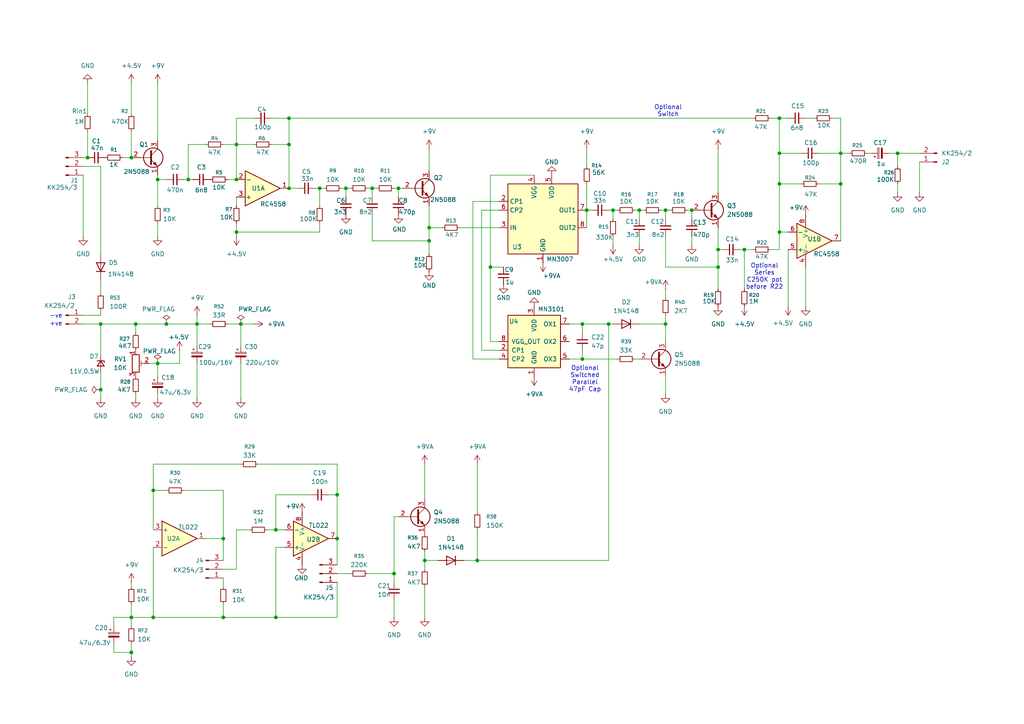
<source format=kicad_sch>
(kicad_sch (version 20250114) (generator "eeschema") (generator_version "9.0")
  (paper "A4")
  (title_block (title "Boss CE-2 Clone with anti-tic mod") (date "2025-09-03") (rev "V1.1") (company "Andrew Martin, 06/2025 - 08/2025") (comment 1 "V1.1 Fixed inputs to U1A and U1B; added Rin; removed LED"))
  (text "+ve" (at 16.256 93.98 0) (effects (font (size 1.27 1.27))))
  (text "Optional\nSeries\nC250K pot\nbefore R22" (at 221.742 80.264 0) (effects (font (size 1.27 1.27))))
  (text "Optional\nSwitched\nParallel\n47pF Cap" (at 169.672 109.982 0) (effects (font (size 1.27 1.27))))
  (text "Optional\nSwitch" (at 193.802 32.258 0) (effects (font (size 1.27 1.27))))
  (text "-ve" (at 16.256 91.694 0) (effects (font (size 1.27 1.27))))
  (junction (at 115.57 54.61))
  (junction (at 168.91 104.14))
  (junction (at 226.06 34.29))
  (junction (at 226.06 53.34))
  (junction (at 80.01 153.67))
  (junction (at 45.72 52.07))
  (junction (at 29.21 93.98))
  (junction (at 200.66 60.96))
  (junction (at 80.01 179.07))
  (junction (at 124.46 66.04))
  (junction (at 97.79 156.21))
  (junction (at 83.82 41.91))
  (junction (at 83.82 34.29))
  (junction (at 107.95 54.61))
  (junction (at 226.06 67.31))
  (junction (at 138.43 162.56))
  (junction (at 38.1 45.72))
  (junction (at 124.46 69.85))
  (junction (at 69.85 93.98))
  (junction (at 38.1 189.23))
  (junction (at 142.24 77.47))
  (junction (at 57.15 93.98))
  (junction (at 68.58 41.91))
  (junction (at 185.42 60.96))
  (junction (at 25.4 45.72))
  (junction (at 123.19 162.56))
  (junction (at 68.58 52.07))
  (junction (at 54.61 52.07))
  (junction (at 226.06 44.45))
  (junction (at 64.77 156.21))
  (junction (at 64.77 179.07))
  (junction (at 44.45 142.24))
  (junction (at 48.26 93.98))
  (junction (at 193.04 60.96))
  (junction (at 45.72 105.41))
  (junction (at 243.84 53.34))
  (junction (at 176.53 93.98))
  (junction (at 38.1 179.07))
  (junction (at 168.91 93.98))
  (junction (at 83.82 54.61))
  (junction (at 215.9 72.39))
  (junction (at 92.71 54.61))
  (junction (at 208.28 77.47))
  (junction (at 68.58 67.31))
  (junction (at 97.79 143.51))
  (junction (at 243.84 44.45))
  (junction (at 100.33 54.61))
  (junction (at 39.37 93.98))
  (junction (at 193.04 93.98))
  (junction (at 260.35 44.45))
  (junction (at 208.28 72.39))
  (junction (at 44.45 179.07))
  (junction (at 29.21 113.03))
  (junction (at 170.18 60.96))
  (junction (at 177.8 60.96))
  (junction (at 114.3 166.37))
  (wire (pts (xy 138.43 162.56) (xy 138.43 153.67)))
  (wire (pts (xy 107.95 69.85) (xy 124.46 69.85)))
  (wire (pts (xy 176.53 93.98) (xy 176.53 162.56)))
  (wire (pts (xy 243.84 34.29) (xy 243.84 44.45)))
  (wire (pts (xy 68.58 41.91) (xy 73.66 41.91)))
  (wire (pts (xy 144.78 58.42) (xy 137.16 58.42)))
  (wire (pts (xy 185.42 93.98) (xy 193.04 93.98)))
  (wire (pts (xy 123.19 162.56) (xy 127 162.56)))
  (wire (pts (xy 233.68 34.29) (xy 236.22 34.29)))
  (wire (pts (xy 45.72 59.69) (xy 45.72 52.07)))
  (wire (pts (xy 199.39 60.96) (xy 200.66 60.96)))
  (wire (pts (xy 64.77 167.64) (xy 64.77 170.18)))
  (wire (pts (xy 144.78 60.96) (xy 139.7 60.96)))
  (wire (pts (xy 44.45 158.75) (xy 44.45 179.07)))
  (wire (pts (xy 38.1 189.23) (xy 38.1 186.69)))
  (wire (pts (xy 114.3 149.86) (xy 114.3 166.37)))
  (wire (pts (xy 24.13 45.72) (xy 25.4 45.72)))
  (wire (pts (xy 107.95 54.61) (xy 109.22 54.61)))
  (wire (pts (xy 55.88 52.07) (xy 54.61 52.07)))
  (wire (pts (xy 29.21 102.87) (xy 29.21 93.98)))
  (wire (pts (xy 257.81 44.45) (xy 260.35 44.45)))
  (wire (pts (xy 83.82 34.29) (xy 83.82 41.91)))
  (wire (pts (xy 208.28 66.04) (xy 208.28 72.39)))
  (wire (pts (xy 185.42 104.14) (xy 184.15 104.14)))
  (wire (pts (xy 137.16 58.42) (xy 137.16 104.14)))
  (wire (pts (xy 64.77 165.1) (xy 68.58 165.1)))
  (wire (pts (xy 93.98 54.61) (xy 92.71 54.61)))
  (wire (pts (xy 115.57 57.15) (xy 115.57 54.61)))
  (wire (pts (xy 57.15 93.98) (xy 60.96 93.98)))
  (wire (pts (xy 252.73 44.45) (xy 251.46 44.45)))
  (wire (pts (xy 45.72 109.22) (xy 45.72 105.41)))
  (wire (pts (xy 243.84 44.45) (xy 246.38 44.45)))
  (wire (pts (xy 29.21 115.57) (xy 29.21 113.03)))
  (wire (pts (xy 68.58 153.67) (xy 72.39 153.67)))
  (wire (pts (xy 138.43 134.62) (xy 138.43 148.59)))
  (wire (pts (xy 69.85 93.98) (xy 73.66 93.98)))
  (wire (pts (xy 124.46 66.04) (xy 124.46 69.85)))
  (wire (pts (xy 226.06 44.45) (xy 232.41 44.45)))
  (wire (pts (xy 123.19 170.18) (xy 123.19 179.07)))
  (wire (pts (xy 134.62 162.56) (xy 138.43 162.56)))
  (wire (pts (xy 214.63 72.39) (xy 215.9 72.39)))
  (wire (pts (xy 200.66 71.12) (xy 200.66 68.58)))
  (wire (pts (xy 185.42 68.58) (xy 185.42 71.12)))
  (wire (pts (xy 29.21 113.03) (xy 29.21 107.95)))
  (wire (pts (xy 45.72 52.07) (xy 45.72 50.8)))
  (wire (pts (xy 193.04 93.98) (xy 193.04 99.06)))
  (wire (pts (xy 54.61 41.91) (xy 59.69 41.91)))
  (wire (pts (xy 92.71 54.61) (xy 91.44 54.61)))
  (wire (pts (xy 168.91 101.6) (xy 168.91 104.14)))
  (wire (pts (xy 38.1 175.26) (xy 38.1 179.07)))
  (wire (pts (xy 57.15 115.57) (xy 57.15 105.41)))
  (wire (pts (xy 33.02 189.23) (xy 38.1 189.23)))
  (wire (pts (xy 114.3 149.86) (xy 115.57 149.86)))
  (wire (pts (xy 106.68 166.37) (xy 114.3 166.37)))
  (wire (pts (xy 54.61 52.07) (xy 54.61 41.91)))
  (wire (pts (xy 38.1 190.5) (xy 38.1 189.23)))
  (wire (pts (xy 133.35 66.04) (xy 144.78 66.04)))
  (wire (pts (xy 44.45 142.24) (xy 48.26 142.24)))
  (wire (pts (xy 45.72 64.77) (xy 45.72 68.58)))
  (wire (pts (xy 241.3 34.29) (xy 243.84 34.29)))
  (wire (pts (xy 193.04 83.82) (xy 193.04 86.36)))
  (wire (pts (xy 114.3 166.37) (xy 114.3 168.91)))
  (wire (pts (xy 52.07 105.41) (xy 52.07 101.6)))
  (wire (pts (xy 142.24 77.47) (xy 146.05 77.47)))
  (wire (pts (xy 64.77 41.91) (xy 68.58 41.91)))
  (wire (pts (xy 83.82 34.29) (xy 218.44 34.29)))
  (wire (pts (xy 39.37 93.98) (xy 48.26 93.98)))
  (wire (pts (xy 168.91 93.98) (xy 176.53 93.98)))
  (wire (pts (xy 223.52 34.29) (xy 226.06 34.29)))
  (wire (pts (xy 97.79 168.91) (xy 97.79 179.07)))
  (wire (pts (xy 48.26 93.98) (xy 57.15 93.98)))
  (wire (pts (xy 38.1 179.07) (xy 44.45 179.07)))
  (wire (pts (xy 193.04 91.44) (xy 193.04 93.98)))
  (wire (pts (xy 80.01 153.67) (xy 82.55 153.67)))
  (wire (pts (xy 193.04 60.96) (xy 193.04 63.5)))
  (wire (pts (xy 68.58 165.1) (xy 68.58 153.67)))
  (wire (pts (xy 107.95 62.23) (xy 107.95 69.85)))
  (wire (pts (xy 237.49 53.34) (xy 243.84 53.34)))
  (wire (pts (xy 223.52 72.39) (xy 226.06 72.39)))
  (wire (pts (xy 124.46 49.53) (xy 124.46 43.18)))
  (wire (pts (xy 68.58 41.91) (xy 68.58 34.29)))
  (wire (pts (xy 44.45 179.07) (xy 64.77 179.07)))
  (wire (pts (xy 215.9 72.39) (xy 215.9 83.82)))
  (wire (pts (xy 45.72 115.57) (xy 45.72 114.3)))
  (wire (pts (xy 83.82 54.61) (xy 83.82 41.91)))
  (wire (pts (xy 170.18 60.96) (xy 171.45 60.96)))
  (wire (pts (xy 68.58 41.91) (xy 68.58 52.07)))
  (wire (pts (xy 97.79 134.62) (xy 97.79 143.51)))
  (wire (pts (xy 193.04 114.3) (xy 193.04 109.22)))
  (wire (pts (xy 24.13 91.44) (xy 29.21 91.44)))
  (wire (pts (xy 25.4 24.13) (xy 25.4 33.02)))
  (wire (pts (xy 64.77 179.07) (xy 80.01 179.07)))
  (wire (pts (xy 176.53 60.96) (xy 177.8 60.96)))
  (wire (pts (xy 142.24 99.06) (xy 144.78 99.06)))
  (wire (pts (xy 208.28 77.47) (xy 208.28 83.82)))
  (wire (pts (xy 66.04 52.07) (xy 68.58 52.07)))
  (wire (pts (xy 193.04 60.96) (xy 194.31 60.96)))
  (wire (pts (xy 68.58 34.29) (xy 73.66 34.29)))
  (wire (pts (xy 107.95 54.61) (xy 107.95 57.15)))
  (wire (pts (xy 137.16 104.14) (xy 144.78 104.14)))
  (wire (pts (xy 44.45 153.67) (xy 44.45 142.24)))
  (wire (pts (xy 193.04 68.58) (xy 193.04 77.47)))
  (wire (pts (xy 33.02 179.07) (xy 38.1 179.07)))
  (wire (pts (xy 186.69 60.96) (xy 185.42 60.96)))
  (wire (pts (xy 38.1 24.13) (xy 38.1 33.02)))
  (wire (pts (xy 29.21 91.44) (xy 29.21 90.17)))
  (wire (pts (xy 24.13 93.98) (xy 29.21 93.98)))
  (wire (pts (xy 95.25 143.51) (xy 97.79 143.51)))
  (wire (pts (xy 38.1 179.07) (xy 38.1 181.61)))
  (wire (pts (xy 124.46 73.66) (xy 124.46 69.85)))
  (wire (pts (xy 24.13 50.8) (xy 24.13 68.58)))
  (wire (pts (xy 35.56 45.72) (xy 38.1 45.72)))
  (wire (pts (xy 168.91 104.14) (xy 165.1 104.14)))
  (wire (pts (xy 29.21 48.26) (xy 29.21 73.66)))
  (wire (pts (xy 168.91 96.52) (xy 168.91 93.98)))
  (wire (pts (xy 226.06 34.29) (xy 226.06 44.45)))
  (wire (pts (xy 170.18 60.96) (xy 170.18 66.04)))
  (wire (pts (xy 74.93 134.62) (xy 97.79 134.62)))
  (wire (pts (xy 43.18 105.41) (xy 45.72 105.41)))
  (wire (pts (xy 39.37 115.57) (xy 39.37 114.3)))
  (wire (pts (xy 97.79 143.51) (xy 97.79 156.21)))
  (wire (pts (xy 57.15 100.33) (xy 57.15 93.98)))
  (wire (pts (xy 39.37 93.98) (xy 29.21 93.98)))
  (wire (pts (xy 142.24 77.47) (xy 142.24 99.06)))
  (wire (pts (xy 168.91 104.14) (xy 179.07 104.14)))
  (wire (pts (xy 24.13 48.26) (xy 29.21 48.26)))
  (wire (pts (xy 208.28 72.39) (xy 208.28 77.47)))
  (wire (pts (xy 100.33 57.15) (xy 100.33 54.61)))
  (wire (pts (xy 38.1 170.18) (xy 38.1 168.91)))
  (wire (pts (xy 78.74 34.29) (xy 83.82 34.29)))
  (wire (pts (xy 97.79 156.21) (xy 97.79 163.83)))
  (wire (pts (xy 92.71 64.77) (xy 92.71 67.31)))
  (wire (pts (xy 92.71 54.61) (xy 92.71 59.69)))
  (wire (pts (xy 83.82 41.91) (xy 78.74 41.91)))
  (wire (pts (xy 80.01 158.75) (xy 80.01 179.07)))
  (wire (pts (xy 123.19 134.62) (xy 123.19 144.78)))
  (wire (pts (xy 86.36 54.61) (xy 83.82 54.61)))
  (wire (pts (xy 237.49 44.45) (xy 243.84 44.45)))
  (wire (pts (xy 266.7 46.99) (xy 266.7 55.88)))
  (wire (pts (xy 228.6 72.39) (xy 228.6 88.9)))
  (wire (pts (xy 243.84 53.34) (xy 243.84 69.85)))
  (wire (pts (xy 177.8 63.5) (xy 177.8 60.96)))
  (wire (pts (xy 57.15 91.44) (xy 57.15 93.98)))
  (wire (pts (xy 59.69 156.21) (xy 64.77 156.21)))
  (wire (pts (xy 33.02 181.61) (xy 33.02 179.07)))
  (wire (pts (xy 243.84 44.45) (xy 243.84 53.34)))
  (wire (pts (xy 39.37 96.52) (xy 39.37 93.98)))
  (wire (pts (xy 215.9 72.39) (xy 218.44 72.39)))
  (wire (pts (xy 177.8 93.98) (xy 176.53 93.98)))
  (wire (pts (xy 260.35 44.45) (xy 260.35 48.26)))
  (wire (pts (xy 114.3 54.61) (xy 115.57 54.61)))
  (wire (pts (xy 107.95 54.61) (xy 106.68 54.61)))
  (wire (pts (xy 260.35 55.88) (xy 260.35 53.34)))
  (wire (pts (xy 226.06 67.31) (xy 226.06 72.39)))
  (wire (pts (xy 69.85 93.98) (xy 69.85 100.33)))
  (wire (pts (xy 80.01 158.75) (xy 82.55 158.75)))
  (wire (pts (xy 185.42 60.96) (xy 184.15 60.96)))
  (wire (pts (xy 80.01 143.51) (xy 80.01 153.67)))
  (wire (pts (xy 69.85 115.57) (xy 69.85 105.41)))
  (wire (pts (xy 45.72 105.41) (xy 52.07 105.41)))
  (wire (pts (xy 68.58 67.31) (xy 68.58 68.58)))
  (wire (pts (xy 77.47 153.67) (xy 80.01 153.67)))
  (wire (pts (xy 53.34 142.24) (xy 64.77 142.24)))
  (wire (pts (xy 123.19 162.56) (xy 123.19 165.1)))
  (wire (pts (xy 200.66 63.5) (xy 200.66 60.96)))
  (wire (pts (xy 170.18 53.34) (xy 170.18 60.96)))
  (wire (pts (xy 99.06 54.61) (xy 100.33 54.61)))
  (wire (pts (xy 44.45 134.62) (xy 69.85 134.62)))
  (wire (pts (xy 114.3 179.07) (xy 114.3 173.99)))
  (wire (pts (xy 53.34 52.07) (xy 54.61 52.07)))
  (wire (pts (xy 226.06 67.31) (xy 228.6 67.31)))
  (wire (pts (xy 165.1 93.98) (xy 168.91 93.98)))
  (wire (pts (xy 80.01 179.07) (xy 97.79 179.07)))
  (wire (pts (xy 208.28 43.18) (xy 208.28 55.88)))
  (wire (pts (xy 115.57 54.61) (xy 116.84 54.61)))
  (wire (pts (xy 45.72 24.13) (xy 45.72 40.64)))
  (wire (pts (xy 97.79 166.37) (xy 101.6 166.37)))
  (wire (pts (xy 38.1 45.72) (xy 38.1 38.1)))
  (wire (pts (xy 90.17 143.51) (xy 80.01 143.51)))
  (wire (pts (xy 44.45 142.24) (xy 44.45 134.62)))
  (wire (pts (xy 226.06 53.34) (xy 226.06 67.31)))
  (wire (pts (xy 101.6 54.61) (xy 100.33 54.61)))
  (wire (pts (xy 233.68 88.9) (xy 233.68 77.47)))
  (wire (pts (xy 29.21 81.28) (xy 29.21 85.09)))
  (wire (pts (xy 139.7 60.96) (xy 139.7 101.6)))
  (wire (pts (xy 64.77 175.26) (xy 64.77 179.07)))
  (wire (pts (xy 45.72 52.07) (xy 48.26 52.07)))
  (wire (pts (xy 176.53 162.56) (xy 138.43 162.56)))
  (wire (pts (xy 154.94 50.8) (xy 142.24 50.8)))
  (wire (pts (xy 191.77 60.96) (xy 193.04 60.96)))
  (wire (pts (xy 179.07 60.96) (xy 177.8 60.96)))
  (wire (pts (xy 128.27 66.04) (xy 124.46 66.04)))
  (wire (pts (xy 209.55 72.39) (xy 208.28 72.39)))
  (wire (pts (xy 25.4 38.1) (xy 25.4 45.72)))
  (wire (pts (xy 68.58 64.77) (xy 68.58 67.31)))
  (wire (pts (xy 142.24 50.8) (xy 142.24 77.47)))
  (wire (pts (xy 33.02 186.69) (xy 33.02 189.23)))
  (wire (pts (xy 92.71 67.31) (xy 68.58 67.31)))
  (wire (pts (xy 226.06 53.34) (xy 232.41 53.34)))
  (wire (pts (xy 64.77 142.24) (xy 64.77 156.21)))
  (wire (pts (xy 64.77 156.21) (xy 64.77 162.56)))
  (wire (pts (xy 226.06 44.45) (xy 226.06 53.34)))
  (wire (pts (xy 177.8 68.58) (xy 177.8 71.12)))
  (wire (pts (xy 124.46 59.69) (xy 124.46 66.04)))
  (wire (pts (xy 185.42 63.5) (xy 185.42 60.96)))
  (wire (pts (xy 260.35 44.45) (xy 266.7 44.45)))
  (wire (pts (xy 123.19 160.02) (xy 123.19 162.56)))
  (wire (pts (xy 66.04 93.98) (xy 69.85 93.98)))
  (wire (pts (xy 139.7 101.6) (xy 144.78 101.6)))
  (wire (pts (xy 68.58 59.69) (xy 68.58 57.15)))
  (wire (pts (xy 170.18 43.18) (xy 170.18 48.26)))
  (wire (pts (xy 226.06 34.29) (xy 228.6 34.29)))
  (wire (pts (xy 193.04 77.47) (xy 208.28 77.47)))
  (symbol (lib_id "Device:C_Small") (at 234.95 44.45 90) (unit 1)
    (property "Reference" "C16" (at 235.204 41.402 90))
    (property "Value" "100p" (at 235.204 47.244 90))
    (property "Footprint" "Capacitor_THT:C_Disc_D4.3mm_W1.9mm_P5.00mm" (effects (hide yes)))
    (property "Description" "Unpolarized capacitor, small symbol" (effects (hide yes)))
  )
  (symbol (lib_id "Timer:MN3101") (at 154.94 99.06 0) (mirror y) (unit 1)
    (property "Reference" "U4" (at 150.368 93.218 0) (effects (justify left)))
    (property "Value" "MN3101" (at 163.83 89.662 0) (effects (justify left)))
    (property "Footprint" "Package_DIP:DIP-8_W7.62mm" (effects (hide yes)))
    (property "Datasheet" "http://www.experimentalistsanonymous.com/diy/Datasheets/MN3101.pdf" (effects (hide yes)))
    (property "Description" "Clock Generator Driver/Driver for MN3000 Series BBD (bucket brigade device), -8V to -16V, DIP-8" (effects (hide yes)))
  )
  (symbol (lib_id "power:+4V") (at 228.6 88.9 180) (unit 1)
    (property "Reference" "#PWR022" (effects (hide yes)))
    (property "Value" "+4.5V" (at 227.076 93.726 0))
    (property "Description" "Power symbol creates a global label with name \"+4V\"" (effects (hide yes)))
  )
  (symbol (lib_id "Connector:Conn_01x02_Pin") (at 19.05 91.44 0) (unit 1)
    (property "Reference" "J3" (at 20.828 86.106 0))
    (property "Value" "KK254/2" (at 17.272 88.646 0))
    (property "Footprint" "Connector_Molex:Molex_KK-254_AE-6410-02A_1x02_P2.54mm_Vertical" (effects (hide yes)))
    (property "Description" "Generic connector, single row, 01x02, script generated" (effects (hide yes)))
  )
  (symbol (lib_id "power:+4V") (at 38.1 24.13 0) (unit 1)
    (property "Reference" "#PWR01" (effects (hide yes)))
    (property "Value" "+4.5V" (at 38.1 19.05 0))
    (property "Description" "Power symbol creates a global label with name \"+4V\"" (effects (hide yes)))
  )
  (symbol (lib_id "power:GND") (at 114.3 179.07 0) (unit 1)
    (property "Reference" "#PWR033" (effects (hide yes)))
    (property "Value" "GND" (at 114.3 184.15 0))
    (property "Description" "Power symbol creates a global label with name \"GND\" , ground" (effects (hide yes)))
  )
  (symbol (lib_id "power:+9V") (at 87.63 148.59 0) (unit 1)
    (property "Reference" "#PWR042" (effects (hide yes)))
    (property "Value" "+9V" (at 84.836 146.812 0))
    (property "Description" "Power symbol creates a global label with name \"+9V\"" (effects (hide yes)))
  )
  (symbol (lib_id "Device:R_Small") (at 104.14 166.37 90) (unit 1)
    (property "Reference" "R35" (at 104.14 161.29 90) (effects (font (size 1.016 1.016))))
    (property "Value" "220K" (at 104.14 163.83 90))
    (property "Footprint" "Resistor_THT:R_Axial_DIN0207_L6.3mm_D2.5mm_P10.16mm_Horizontal" (effects (hide yes)))
    (property "Description" "Resistor, small symbol" (effects (hide yes)))
  )
  (symbol (lib_id "Device:R_Small") (at 189.23 60.96 90) (unit 1)
    (property "Reference" "R17" (at 189.23 56.388 90) (effects (font (size 1.016 1.016))))
    (property "Value" "10K" (at 189.23 58.42 90))
    (property "Footprint" "Resistor_THT:R_Axial_DIN0207_L6.3mm_D2.5mm_P10.16mm_Horizontal" (effects (hide yes)))
    (property "Description" "Resistor, small symbol" (effects (hide yes)))
  )
  (symbol (lib_id "Device:R_Small") (at 220.98 72.39 90) (unit 1)
    (property "Reference" "R22" (at 220.98 70.358 90) (effects (font (size 1.016 1.016))))
    (property "Value" "47K" (at 220.98 74.422 90))
    (property "Footprint" "Resistor_THT:R_Axial_DIN0207_L6.3mm_D2.5mm_P10.16mm_Horizontal" (effects (hide yes)))
    (property "Description" "Resistor, small symbol" (effects (hide yes)))
  )
  (symbol (lib_id "Diode:1N4148") (at 181.61 93.98 180) (unit 1)
    (property "Reference" "D2" (at 181.61 87.63 0))
    (property "Value" "1N4148" (at 181.61 90.17 0))
    (property "Footprint" "Diode_THT:D_DO-35_SOD27_P7.62mm_Horizontal" (effects (hide yes)))
    (property "Datasheet" "https://assets.nexperia.com/documents/data-sheet/1N4148_1N4448.pdf" (effects (hide yes)))
    (property "Description" "100V 0.15A standard switching diode, DO-35" (effects (hide yes)))
    (property "Sim.Device" "D" (effects (hide yes)))
    (property "Sim.Pins" "1=K 2=A" (effects (hide yes)))
  )
  (symbol (lib_id "power:+9VA") (at 73.66 93.98 270) (unit 1)
    (property "Reference" "#PWR032" (effects (hide yes)))
    (property "Value" "+9VA" (at 77.47 93.9799 90) (effects (justify left)))
    (property "Description" "Power symbol creates a global label with name \"+9VA\"" (effects (hide yes)))
  )
  (symbol (lib_id "Device:R_Small") (at 208.28 86.36 0) (unit 1)
    (property "Reference" "R19" (at 203.962 85.598 0) (effects (font (size 1.016 1.016)) (justify left)))
    (property "Value" "10K" (at 203.708 87.376 0) (effects (justify left)))
    (property "Footprint" "Resistor_THT:R_Axial_DIN0207_L6.3mm_D2.5mm_P10.16mm_Horizontal" (effects (hide yes)))
    (property "Description" "Resistor, small symbol" (effects (hide yes)))
  )
  (symbol (lib_id "power:GND") (at 29.21 115.57 0) (unit 1)
    (property "Reference" "#PWR028" (effects (hide yes)))
    (property "Value" "GND" (at 29.21 120.65 0))
    (property "Description" "Power symbol creates a global label with name \"GND\" , ground" (effects (hide yes)))
  )
  (symbol (lib_id "Device:C_Small") (at 173.99 60.96 270) (unit 1)
    (property "Reference" "C10" (at 173.99 56.134 90))
    (property "Value" "33n" (at 173.99 58.166 90))
    (property "Footprint" "Capacitor_THT:C_Rect_L7.0mm_W2.5mm_P5.00mm" (effects (hide yes)))
    (property "Description" "Unpolarized capacitor, small symbol" (effects (hide yes)))
  )
  (symbol (lib_id "Device:R_Small") (at 38.1 184.15 0) (unit 1)
    (property "Reference" "RF2" (at 39.878 182.88 0) (effects (font (size 1.016 1.016)) (justify left)))
    (property "Value" "10K" (at 39.878 185.42 0) (effects (justify left)))
    (property "Footprint" "Resistor_THT:R_Axial_DIN0207_L6.3mm_D2.5mm_P10.16mm_Horizontal" (effects (hide yes)))
    (property "Description" "Resistor, small symbol" (effects (hide yes)))
  )
  (symbol (lib_id "Device:C_Small") (at 231.14 34.29 90) (unit 1)
    (property "Reference" "C15" (at 231.394 30.734 90))
    (property "Value" "6n8" (at 231.14 37.084 90))
    (property "Footprint" "Capacitor_THT:C_Rect_L7.0mm_W2.5mm_P5.00mm" (effects (hide yes)))
    (property "Description" "Unpolarized capacitor, small symbol" (effects (hide yes)))
  )
  (symbol (lib_id "Device:R_Small") (at 92.71 62.23 0) (unit 1)
    (property "Reference" "R8" (at 89.408 61.722 0) (effects (font (size 1.016 1.016)) (justify left)))
    (property "Value" "100K" (at 86.868 63.5 0) (effects (justify left)))
    (property "Footprint" "Resistor_THT:R_Axial_DIN0207_L6.3mm_D2.5mm_P10.16mm_Horizontal" (effects (hide yes)))
    (property "Description" "Resistor, small symbol" (effects (hide yes)))
  )
  (symbol (lib_id "ACRM:TL022") (at 90.17 156.21 0) (unit 3)
    (property "Reference" "U2" (effects (hide yes)))
    (property "Value" "TL022" (effects (hide yes)))
    (property "Footprint" "Package_DIP:DIP-8_W7.62mm" (effects (hide yes)))
    (property "Datasheet" "http://www.ti.com/lit/ds/symlink/tl061.pdf" (effects (hide yes)))
    (property "Description" "Dual Low-Power JFET-Input Operational Amplifiers, DIP-8/SOIC-8/SSOP-8" (effects (hide yes)))
  )
  (symbol (lib_id "Device:C_Small") (at 200.66 66.04 0) (unit 1)
    (property "Reference" "C13" (at 200.914 64.516 0) (effects (justify left)))
    (property "Value" "470p" (at 200.914 68.072 0) (effects (justify left)))
    (property "Footprint" "Capacitor_THT:C_Disc_D4.3mm_W1.9mm_P5.00mm" (effects (hide yes)))
    (property "Description" "Unpolarized capacitor, small symbol" (effects (hide yes)))
  )
  (symbol (lib_id "Device:R_Small") (at 38.1 172.72 0) (unit 1)
    (property "Reference" "RF1" (at 39.624 171.45 0) (effects (font (size 1.016 1.016)) (justify left)))
    (property "Value" "10K" (at 39.624 173.736 0) (effects (justify left)))
    (property "Footprint" "Resistor_THT:R_Axial_DIN0207_L6.3mm_D2.5mm_P10.16mm_Horizontal" (effects (hide yes)))
    (property "Description" "Resistor, small symbol" (effects (hide yes)))
  )
  (symbol (lib_id "power:+4V") (at 177.8 71.12 180) (unit 1)
    (property "Reference" "#PWR016" (effects (hide yes)))
    (property "Value" "+4.5V" (at 177.8 75.184 0))
    (property "Description" "Power symbol creates a global label with name \"+4V\"" (effects (hide yes)))
  )
  (symbol (lib_id "Device:R_Small") (at 72.39 134.62 90) (unit 1)
    (property "Reference" "R29" (at 72.39 129.54 90) (effects (font (size 1.016 1.016))))
    (property "Value" "33K" (at 72.39 132.08 90))
    (property "Footprint" "Resistor_THT:R_Axial_DIN0207_L6.3mm_D2.5mm_P10.16mm_Horizontal" (effects (hide yes)))
    (property "Description" "Resistor, small symbol" (effects (hide yes)))
  )
  (symbol (lib_id "ACRM:2N5088") (at 121.92 54.61 0) (unit 1)
    (property "Reference" "Q2" (at 125.73 51.562 0) (effects (justify left)))
    (property "Value" "2N5088" (at 124.714 57.912 0) (effects (justify left)))
    (property "Footprint" "Package_TO_SOT_THT:TO-92L_HandSolder" (effects (hide yes)))
    (property "Datasheet" "https://media.digikey.com/pdf/Data%20Sheets/Toshiba%20PDFs/2SC1815.pdf" (effects (hide yes)))
    (property "Description" "0.15A Ic, 50V Vce, Low Noise Audio NPN Transistor, TO-92" (effects (hide yes)))
  )
  (symbol (lib_id "Device:R_Small") (at 124.46 76.2 180) (unit 1)
    (property "Reference" "R12" (at 120.142 75.184 0) (effects (font (size 1.016 1.016)) (justify right)))
    (property "Value" "10K" (at 119.888 76.962 0) (effects (justify right)))
    (property "Footprint" "Resistor_THT:R_Axial_DIN0207_L6.3mm_D2.5mm_P2.54mm_Vertical" (effects (hide yes)))
  )
  (symbol (lib_id "Amplifier_Operational:RC4558") (at 236.22 69.85 0) (unit 3)
    (property "Reference" "U1" (effects (hide yes)))
    (property "Value" "RC4558" (effects (hide yes)))
    (property "Footprint" "Package_DIP:DIP-8_W7.62mm" (effects (hide yes)))
    (property "Datasheet" "http://www.ti.com/lit/ds/symlink/rc4558.pdf" (effects (hide yes)))
    (property "Description" "Dual General Purpose, Operational Amplifier, DIP-8/SOIC-8/SSOP-8" (effects (hide yes)))
  )
  (symbol (lib_id "Device:R_Small") (at 234.95 53.34 90) (unit 1)
    (property "Reference" "R24" (at 234.95 51.562 90) (effects (font (size 1.016 1.016))))
    (property "Value" "47K" (at 235.204 56.388 90))
    (property "Footprint" "Resistor_THT:R_Axial_DIN0207_L6.3mm_D2.5mm_P10.16mm_Horizontal" (effects (hide yes)))
    (property "Description" "Resistor, small symbol" (effects (hide yes)))
  )
  (symbol (lib_id "power:GND") (at 233.68 88.9 0) (unit 1)
    (property "Reference" "#PWR044" (effects (hide yes)))
    (property "Value" "GND" (at 233.68 93.98 0))
    (property "Description" "Power symbol creates a global label with name \"GND\" , ground" (effects (hide yes)))
  )
  (symbol (lib_id "Connector:Conn_01x02_Pin") (at 271.78 46.99 180) (unit 1)
    (property "Reference" "J2" (at 273.05 46.9901 0) (effects (justify right)))
    (property "Value" "KK254/2" (at 273.05 44.4501 0) (effects (justify right)))
    (property "Footprint" "Connector_Molex:Molex_KK-254_AE-6410-02A_1x02_P2.54mm_Vertical" (effects (hide yes)))
    (property "Description" "Generic connector, single row, 01x02, script generated" (effects (hide yes)))
  )
  (symbol (lib_id "Device:R_Small") (at 193.04 88.9 0) (unit 1)
    (property "Reference" "R40" (at 195.58 87.6299 0) (effects (font (size 1.016 1.016)) (justify left)))
    (property "Value" "2K7" (at 195.58 90.1699 0) (effects (justify left)))
    (property "Footprint" "Resistor_THT:R_Axial_DIN0207_L6.3mm_D2.5mm_P10.16mm_Horizontal" (effects (hide yes)))
    (property "Description" "Resistor, small symbol" (effects (hide yes)))
  )
  (symbol (lib_id "power:GND") (at 123.19 179.07 0) (unit 1)
    (property "Reference" "#PWR035" (effects (hide yes)))
    (property "Value" "GND" (at 123.19 184.15 0))
    (property "Description" "Power symbol creates a global label with name \"GND\" , ground" (effects (hide yes)))
  )
  (symbol (lib_id "Device:C_Polarized_Small") (at 255.27 44.45 90) (unit 1)
    (property "Reference" "C17" (at 255.27 41.402 90))
    (property "Value" "1u" (at 255.524 47.498 90))
    (property "Footprint" "Capacitor_THT:C_Rect_L7.0mm_W2.5mm_P5.00mm" (effects (hide yes)))
    (property "Description" "Polarized capacitor, small symbol" (effects (hide yes)))
  )
  (symbol (lib_id "Device:R_Small") (at 29.21 87.63 0) (unit 1)
    (property "Reference" "R53" (at 31.75 86.3599 0) (effects (font (size 1.016 1.016)) (justify left)))
    (property "Value" "100R" (at 31.75 88.8999 0) (effects (justify left)))
    (property "Footprint" "Resistor_THT:R_Axial_DIN0207_L6.3mm_D2.5mm_P10.16mm_Horizontal" (effects (hide yes)))
    (property "Description" "Resistor, small symbol" (effects (hide yes)))
  )
  (symbol (lib_id "ACRM:2N5088") (at 190.5 104.14 0) (unit 1)
    (property "Reference" "Q5" (at 195.58 102.8699 0) (effects (justify left)))
    (property "Value" "2N5088" (at 195.58 105.4099 0) (effects (justify left)))
    (property "Footprint" "Package_TO_SOT_THT:TO-92L_HandSolder" (effects (hide yes)))
    (property "Datasheet" "https://media.digikey.com/pdf/Data%20Sheets/Toshiba%20PDFs/2SC1815.pdf" (effects (hide yes)))
    (property "Description" "0.15A Ic, 50V Vce, Low Noise Audio NPN Transistor, TO-92" (effects (hide yes)))
  )
  (symbol (lib_id "power:+9V") (at 57.15 91.44 0) (unit 1)
    (property "Reference" "#PWR030" (effects (hide yes)))
    (property "Value" "+9V" (at 57.15 86.36 0))
    (property "Description" "Power symbol creates a global label with name \"+9V\"" (effects (hide yes)))
  )
  (symbol (lib_id "power:GND") (at 185.42 71.12 0) (unit 1)
    (property "Reference" "#PWR017" (effects (hide yes)))
    (property "Value" "GND" (at 185.42 75.184 0))
    (property "Description" "Power symbol creates a global label with name \"GND\" , ground" (effects (hide yes)))
  )
  (symbol (lib_id "power:GND") (at 260.35 55.88 0) (unit 1)
    (property "Reference" "#PWR023" (effects (hide yes)))
    (property "Value" "GND" (at 260.35 60.96 0))
    (property "Description" "Power symbol creates a global label with name \"GND\" , ground" (effects (hide yes)))
  )
  (symbol (lib_id "power:+9V") (at 45.72 24.13 0) (unit 1)
    (property "Reference" "#PWR03" (effects (hide yes)))
    (property "Value" "+9V" (at 45.72 19.05 0))
    (property "Description" "Power symbol creates a global label with name \"+9V\"" (effects (hide yes)))
  )
  (symbol (lib_id "power:GND") (at 160.02 50.8 180) (unit 1)
    (property "Reference" "#PWR011" (effects (hide yes)))
    (property "Value" "GND" (at 160.02 46.99 0))
    (property "Description" "Power symbol creates a global label with name \"GND\" , ground" (effects (hide yes)))
  )
  (symbol (lib_id "ACRM:2N5088") (at 205.74 60.96 0) (unit 1)
    (property "Reference" "Q3" (at 210.82 59.6899 0) (effects (justify left)))
    (property "Value" "2N5088" (at 210.82 62.2299 0) (effects (justify left)))
    (property "Footprint" "Package_TO_SOT_THT:TO-92L_HandSolder" (effects (hide yes)))
    (property "Datasheet" "https://media.digikey.com/pdf/Data%20Sheets/Toshiba%20PDFs/2SC1815.pdf" (effects (hide yes)))
    (property "Description" "0.15A Ic, 50V Vce, Low Noise Audio NPN Transistor, TO-92" (effects (hide yes)))
  )
  (symbol (lib_id "Device:R_Small") (at 96.52 54.61 90) (unit 1)
    (property "Reference" "R9" (at 96.52 49.53 90) (effects (font (size 1.016 1.016))))
    (property "Value" "10K" (at 96.52 52.07 90))
    (property "Footprint" "Resistor_THT:R_Axial_DIN0207_L6.3mm_D2.5mm_P10.16mm_Horizontal" (effects (hide yes)))
    (property "Description" "Resistor, small symbol" (effects (hide yes)))
  )
  (symbol (lib_id "power:+9V") (at 124.46 43.18 0) (unit 1)
    (property "Reference" "#PWR08" (effects (hide yes)))
    (property "Value" "+9V" (at 124.46 38.1 0))
    (property "Description" "Power symbol creates a global label with name \"+9V\"" (effects (hide yes)))
  )
  (symbol (lib_id "Device:C_Small") (at 115.57 59.69 180) (unit 1)
    (property "Reference" "C8" (at 115.57 58.166 0) (effects (justify right)))
    (property "Value" "470p" (at 115.57 61.468 0) (effects (justify right)))
    (property "Footprint" "Capacitor_THT:C_Disc_D4.3mm_W1.9mm_P5.00mm" (effects (hide yes)))
    (property "Description" "Unpolarized capacitor, small symbol" (effects (hide yes)))
  )
  (symbol (lib_id "Device:R_Small") (at 45.72 62.23 180) (unit 1)
    (property "Reference" "R3" (at 47.244 60.96 0) (effects (font (size 1.016 1.016)) (justify right)))
    (property "Value" "10K" (at 47.244 63.5 0) (effects (justify right)))
    (property "Footprint" "Resistor_THT:R_Axial_DIN0207_L6.3mm_D2.5mm_P10.16mm_Horizontal" (effects (hide yes)))
    (property "Description" "Resistor, small symbol" (effects (hide yes)))
  )
  (symbol (lib_id "Device:R_Small") (at 74.93 153.67 90) (unit 1)
    (property "Reference" "R32" (at 74.93 148.59 90) (effects (font (size 1.016 1.016))))
    (property "Value" "1M" (at 74.93 151.13 90))
    (property "Footprint" "Resistor_THT:R_Axial_DIN0207_L6.3mm_D2.5mm_P10.16mm_Horizontal" (effects (hide yes)))
    (property "Description" "Resistor, small symbol" (effects (hide yes)))
  )
  (symbol (lib_id "ACRM:2N5088") (at 43.18 45.72 0) (unit 1)
    (property "Reference" "Q1" (at 40.386 41.91 0) (effects (justify left)))
    (property "Value" "2N5088" (at 35.814 49.784 0) (effects (justify left)))
    (property "Footprint" "Package_TO_SOT_THT:TO-92L_HandSolder" (effects (hide yes)))
    (property "Datasheet" "https://media.digikey.com/pdf/Data%20Sheets/Toshiba%20PDFs/2SC1815.pdf" (effects (hide yes)))
    (property "Description" "0.15A Ic, 50V Vce, Low Noise Audio NPN Transistor, TO-92" (effects (hide yes)))
  )
  (symbol (lib_id "Amplifier_Operational:RC4558") (at 76.2 54.61 0) (mirror x) (unit 1)
    (property "Reference" "U1" (at 74.93 54.61 0))
    (property "Value" "RC4558" (at 79.248 59.182 0))
    (property "Footprint" "Package_DIP:DIP-8_W7.62mm" (effects (hide yes)))
    (property "Datasheet" "http://www.ti.com/lit/ds/symlink/rc4558.pdf" (effects (hide yes)))
    (property "Description" "Dual General Purpose, Operational Amplifier, DIP-8/SOIC-8/SSOP-8" (effects (hide yes)))
  )
  (symbol (lib_id "Device:C_Small") (at 58.42 52.07 90) (unit 1)
    (property "Reference" "C3" (at 58.42 48.514 90))
    (property "Value" "6n8" (at 58.42 55.118 90))
    (property "Footprint" "Capacitor_THT:C_Rect_L7.0mm_W2.5mm_P5.00mm" (effects (hide yes)))
    (property "Description" "Unpolarized capacitor, small symbol" (effects (hide yes)))
  )
  (symbol (lib_id "power:GND") (at 24.13 68.58 0) (unit 1)
    (property "Reference" "#PWR04" (effects (hide yes)))
    (property "Value" "GND" (at 24.13 73.66 0))
    (property "Description" "Power symbol creates a global label with name \"GND\" , ground" (effects (hide yes)))
  )
  (symbol (lib_id "Amplifier_Operational:RC4558") (at 236.22 69.85 0) (mirror x) (unit 2)
    (property "Reference" "U1" (at 236.22 69.342 0))
    (property "Value" "RC4558" (at 239.776 73.66 0))
    (property "Footprint" "Package_DIP:DIP-8_W7.62mm" (effects (hide yes)))
    (property "Datasheet" "http://www.ti.com/lit/ds/symlink/rc4558.pdf" (effects (hide yes)))
    (property "Description" "Dual General Purpose, Operational Amplifier, DIP-8/SOIC-8/SSOP-8" (effects (hide yes)))
  )
  (symbol (lib_id "Device:C_Polarized_Small") (at 45.72 111.76 0) (unit 1)
    (property "Reference" "C18" (at 46.736 109.474 0) (effects (justify left)))
    (property "Value" "47u/6.3V" (at 46.228 113.792 0) (effects (justify left)))
    (property "Footprint" "Capacitor_THT:CP_Radial_D5.0mm_P2.50mm" (effects (hide yes)))
    (property "Description" "Polarized capacitor, small symbol" (effects (hide yes)))
  )
  (symbol (lib_id "power:+9V") (at 38.1 168.91 0) (unit 1)
    (property "Reference" "#PWR040" (effects (hide yes)))
    (property "Value" "+9V" (at 38.1 163.83 0))
    (property "Description" "Power symbol creates a global label with name \"+9V\"" (effects (hide yes)))
  )
  (symbol (lib_id "Device:R_Small") (at 63.5 93.98 90) (unit 1)
    (property "Reference" "R52" (at 63.5 88.9 90) (effects (font (size 1.016 1.016))))
    (property "Value" "33R" (at 63.5 91.44 90))
    (property "Footprint" "Resistor_THT:R_Axial_DIN0207_L6.3mm_D2.5mm_P10.16mm_Horizontal" (effects (hide yes)))
    (property "Description" "Resistor, small symbol" (effects (hide yes)))
  )
  (symbol (lib_id "power:GND") (at 193.04 114.3 0) (unit 1)
    (property "Reference" "#PWR038" (effects (hide yes)))
    (property "Value" "GND" (at 193.04 119.38 0))
    (property "Description" "Power symbol creates a global label with name \"GND\" , ground" (effects (hide yes)))
  )
  (symbol (lib_id "Device:R_Small") (at 123.19 167.64 0) (unit 1)
    (property "Reference" "R37" (at 118.11 166.37 0) (effects (font (size 1.016 1.016)) (justify left)))
    (property "Value" "4K7" (at 118.11 168.91 0) (effects (justify left)))
    (property "Footprint" "Resistor_THT:R_Axial_DIN0207_L6.3mm_D2.5mm_P10.16mm_Horizontal" (effects (hide yes)))
    (property "Description" "Resistor, small symbol" (effects (hide yes)))
  )
  (symbol (lib_id "Device:R_Small") (at 62.23 41.91 270) (unit 1)
    (property "Reference" "R4" (at 62.23 40.132 90) (effects (font (size 1.016 1.016))))
    (property "Value" "47K" (at 62.23 44.196 90))
    (property "Footprint" "Resistor_THT:R_Axial_DIN0207_L6.3mm_D2.5mm_P10.16mm_Horizontal" (effects (hide yes)))
    (property "Description" "Resistor, small symbol" (effects (hide yes)))
  )
  (symbol (lib_id "Device:R_Small") (at 181.61 104.14 90) (unit 1)
    (property "Reference" "R39" (at 181.61 99.06 90) (effects (font (size 1.016 1.016))))
    (property "Value" "33K" (at 181.61 101.6 90))
    (property "Footprint" "Resistor_THT:R_Axial_DIN0207_L6.3mm_D2.5mm_P10.16mm_Horizontal" (effects (hide yes)))
    (property "Description" "Resistor, small symbol" (effects (hide yes)))
  )
  (symbol (lib_id "power:+4V") (at 215.9 88.9 180) (unit 1)
    (property "Reference" "#PWR021" (effects (hide yes)))
    (property "Value" "+4.5V" (at 215.9 93.98 0))
    (property "Description" "Power symbol creates a global label with name \"+4V\"" (effects (hide yes)))
  )
  (symbol (lib_id "power:PWR_FLAG") (at 45.72 105.41 0) (unit 1)
    (property "Reference" "#FLG03" (effects (hide yes)))
    (property "Value" "PWR_FLAG" (at 46.228 101.854 0))
    (property "Description" "Special symbol for telling ERC where power comes from" (effects (hide yes)))
  )
  (symbol (lib_id "power:+9VA") (at 193.04 83.82 0) (unit 1)
    (property "Reference" "#PWR037" (effects (hide yes)))
    (property "Value" "+9VA" (at 189.484 81.788 0))
    (property "Description" "Power symbol creates a global label with name \"+9VA\"" (effects (hide yes)))
  )
  (symbol (lib_id "Diode:1N4148") (at 130.81 162.56 180) (unit 1)
    (property "Reference" "D1" (at 130.81 156.21 0))
    (property "Value" "1N4148" (at 130.81 158.75 0))
    (property "Footprint" "Diode_THT:D_DO-35_SOD27_P7.62mm_Horizontal" (effects (hide yes)))
    (property "Datasheet" "https://assets.nexperia.com/documents/data-sheet/1N4148_1N4448.pdf" (effects (hide yes)))
    (property "Description" "100V 0.15A standard switching diode, DO-35" (effects (hide yes)))
    (property "Sim.Device" "D" (effects (hide yes)))
    (property "Sim.Pins" "1=K 2=A" (effects (hide yes)))
  )
  (symbol (lib_id "power:GND") (at 39.37 115.57 0) (unit 1)
    (property "Reference" "#PWR027" (effects (hide yes)))
    (property "Value" "GND" (at 39.37 120.65 0))
    (property "Description" "Power symbol creates a global label with name \"GND\" , ground" (effects (hide yes)))
  )
  (symbol (lib_id "Connector:Conn_01x03_Pin") (at 92.71 166.37 0) (mirror x) (unit 1)
    (property "Reference" "J5" (at 95.504 170.434 0))
    (property "Value" "KK254/3" (at 92.456 173.228 0))
    (property "Footprint" "Connector_Molex:Molex_KK-254_AE-6410-03A_1x03_P2.54mm_Vertical" (effects (hide yes)))
    (property "Description" "Generic connector, single row, 01x03, script generated" (effects (hide yes)))
  )
  (symbol (lib_id "Device:R_Small") (at 260.35 50.8 0) (unit 1)
    (property "Reference" "R26" (at 256.286 50.038 0) (effects (font (size 1.016 1.016)) (justify left)))
    (property "Value" "100K" (at 254.254 52.07 0) (effects (justify left)))
    (property "Footprint" "Resistor_THT:R_Axial_DIN0207_L6.3mm_D2.5mm_P10.16mm_Horizontal" (effects (hide yes)))
    (property "Description" "Resistor, small symbol" (effects (hide yes)))
  )
  (symbol (lib_id "power:GND") (at 266.7 55.88 0) (unit 1)
    (property "Reference" "#PWR024" (effects (hide yes)))
    (property "Value" "GND" (at 266.7 60.96 0))
    (property "Description" "Power symbol creates a global label with name \"GND\" , ground" (effects (hide yes)))
  )
  (symbol (lib_id "Device:R_Small") (at 238.76 34.29 90) (unit 1)
    (property "Reference" "R23" (at 238.76 32.258 90) (effects (font (size 1.016 1.016))))
    (property "Value" "10K" (at 239.014 36.322 90))
    (property "Footprint" "Resistor_THT:R_Axial_DIN0207_L6.3mm_D2.5mm_P10.16mm_Horizontal" (effects (hide yes)))
    (property "Description" "Resistor, small symbol" (effects (hide yes)))
  )
  (symbol (lib_id "Device:R_Small") (at 39.37 111.76 0) (unit 1)
    (property "Reference" "R28" (at 34.798 110.744 0) (effects (font (size 1.016 1.016)) (justify left)))
    (property "Value" "4K7" (at 34.036 113.03 0) (effects (justify left)))
    (property "Footprint" "Resistor_THT:R_Axial_DIN0207_L6.3mm_D2.5mm_P10.16mm_Horizontal" (effects (hide yes)))
    (property "Description" "Resistor, small symbol" (effects (hide yes)))
  )
  (symbol (lib_id "Device:C_Small") (at 168.91 99.06 0) (unit 1)
    (property "Reference" "C22" (at 171.45 97.7962 0) (effects (justify left)))
    (property "Value" "47p" (at 171.45 100.3362 0) (effects (justify left)))
    (property "Footprint" "Capacitor_THT:C_Disc_D4.3mm_W1.9mm_P5.00mm" (effects (hide yes)))
    (property "Description" "Unpolarized capacitor, small symbol" (effects (hide yes)))
  )
  (symbol (lib_id "power:GND") (at 38.1 190.5 0) (unit 1)
    (property "Reference" "#PWR039" (effects (hide yes)))
    (property "Value" "GND" (at 38.1 195.58 0))
    (property "Description" "Power symbol creates a global label with name \"GND\" , ground" (effects (hide yes)))
  )
  (symbol (lib_id "Device:R_Small") (at 111.76 54.61 90) (unit 1)
    (property "Reference" "R11" (at 111.76 49.53 90) (effects (font (size 1.016 1.016))))
    (property "Value" "10K" (at 111.76 52.07 90))
    (property "Footprint" "Resistor_THT:R_Axial_DIN0207_L6.3mm_D2.5mm_P10.16mm_Horizontal" (effects (hide yes)))
    (property "Description" "Resistor, small symbol" (effects (hide yes)))
  )
  (symbol (lib_id "power:+9VA") (at 157.48 76.2 180) (unit 1)
    (property "Reference" "#PWR010" (effects (hide yes)))
    (property "Value" "+9VA" (at 160.02 80.01 0))
    (property "Description" "Power symbol creates a global label with name \"+9VA\"" (effects (hide yes)))
  )
  (symbol (lib_id "power:GND") (at 69.85 115.57 0) (unit 1)
    (property "Reference" "#PWR031" (effects (hide yes)))
    (property "Value" "GND" (at 69.85 120.65 0))
    (property "Description" "Power symbol creates a global label with name \"GND\" , ground" (effects (hide yes)))
  )
  (symbol (lib_id "power:+9V") (at 233.68 62.23 0) (unit 1)
    (property "Reference" "#PWR041" (effects (hide yes)))
    (property "Value" "+9V" (at 230.886 60.198 0))
    (property "Description" "Power symbol creates a global label with name \"+9V\"" (effects (hide yes)))
  )
  (symbol (lib_id "Device:R_Small") (at 50.8 142.24 90) (unit 1)
    (property "Reference" "R30" (at 50.8 137.16 90) (effects (font (size 1.016 1.016))))
    (property "Value" "47K" (at 50.8 139.7 90))
    (property "Footprint" "Resistor_THT:R_Axial_DIN0207_L6.3mm_D2.5mm_P10.16mm_Horizontal" (effects (hide yes)))
    (property "Description" "Resistor, small symbol" (effects (hide yes)))
  )
  (symbol (lib_id "power:GND") (at 87.63 163.83 0) (unit 1)
    (property "Reference" "#PWR043" (effects (hide yes)))
    (property "Value" "GND" (at 87.376 167.64 0))
    (property "Description" "Power symbol creates a global label with name \"GND\" , ground" (effects (hide yes)))
  )
  (symbol (lib_id "Device:R_Small") (at 220.98 34.29 90) (unit 1)
    (property "Reference" "R21" (at 220.726 32.258 90) (effects (font (size 1.016 1.016))))
    (property "Value" "47K" (at 220.726 36.83 90))
    (property "Footprint" "Resistor_THT:R_Axial_DIN0207_L6.3mm_D2.5mm_P10.16mm_Horizontal" (effects (hide yes)))
    (property "Description" "Resistor, small symbol" (effects (hide yes)))
  )
  (symbol (lib_id "Device:R_Small") (at 181.61 60.96 90) (unit 1)
    (property "Reference" "R16" (at 181.61 56.388 90) (effects (font (size 1.016 1.016))))
    (property "Value" "10K" (at 181.61 58.42 90))
    (property "Footprint" "Resistor_THT:R_Axial_DIN0207_L6.3mm_D2.5mm_P10.16mm_Horizontal" (effects (hide yes)))
    (property "Description" "Resistor, small symbol" (effects (hide yes)))
  )
  (symbol (lib_id "power:GND") (at 115.57 62.23 0) (unit 1)
    (property "Reference" "#PWR07" (effects (hide yes)))
    (property "Value" "GND" (at 115.824 66.548 0))
    (property "Description" "Power symbol creates a global label with name \"GND\" , ground" (effects (hide yes)))
  )
  (symbol (lib_id "Device:R_Potentiometer_Trim") (at 39.37 105.41 0) (unit 1)
    (property "Reference" "RV1" (at 36.83 104.1399 0) (effects (justify right)))
    (property "Value" "10K" (at 36.83 106.6799 0) (effects (justify right)))
    (property "Footprint" "Potentiometer_THT:Potentiometer_Piher_PT-10-V05_Vertical" (effects (hide yes)))
    (property "Description" "Trim-potentiometer" (effects (hide yes)))
  )
  (symbol (lib_id "Device:C_Small") (at 100.33 59.69 180) (unit 1)
    (property "Reference" "C6" (at 97.536 58.166 0) (effects (justify right)))
    (property "Value" "3n3" (at 96.774 61.468 0) (effects (justify right)))
    (property "Footprint" "Capacitor_THT:C_Rect_L7.0mm_W2.5mm_P5.00mm" (effects (hide yes)))
    (property "Description" "Unpolarized capacitor, small symbol" (effects (hide yes)))
  )
  (symbol (lib_id "Diode:1N4148") (at 29.21 77.47 90) (unit 1)
    (property "Reference" "D5" (at 31.496 76.2 90) (effects (justify right)))
    (property "Value" "1N4148" (at 31.242 79.502 90) (effects (justify right)))
    (property "Footprint" "Diode_THT:D_DO-35_SOD27_P7.62mm_Horizontal" (effects (hide yes)))
    (property "Datasheet" "https://assets.nexperia.com/documents/data-sheet/1N4148_1N4448.pdf" (effects (hide yes)))
    (property "Description" "100V 0.15A standard switching diode, DO-35" (effects (hide yes)))
    (property "Sim.Device" "D" (effects (hide yes)))
    (property "Sim.Pins" "1=K 2=A" (effects (hide yes)))
  )
  (symbol (lib_id "Device:R_Small") (at 39.37 99.06 0) (unit 1)
    (property "Reference" "R27" (at 34.544 98.298 0) (effects (font (size 1.016 1.016)) (justify left)))
    (property "Value" "4K7" (at 34.29 100.33 0) (effects (justify left)))
    (property "Footprint" "Resistor_THT:R_Axial_DIN0207_L6.3mm_D2.5mm_P10.16mm_Horizontal" (effects (hide yes)))
    (property "Description" "Resistor, small symbol" (effects (hide yes)))
  )
  (symbol (lib_id "Device:R_Small") (at 138.43 151.13 0) (unit 1)
    (property "Reference" "R38" (at 140.97 149.8599 0) (effects (font (size 1.016 1.016)) (justify left)))
    (property "Value" "150K" (at 140.97 152.3999 0) (effects (justify left)))
    (property "Footprint" "Resistor_THT:R_Axial_DIN0207_L6.3mm_D2.5mm_P10.16mm_Horizontal" (effects (hide yes)))
    (property "Description" "Resistor, small symbol" (effects (hide yes)))
  )
  (symbol (lib_id "Device:C_Polarized_Small") (at 69.85 102.87 0) (unit 1)
    (property "Reference" "C30" (at 70.866 100.584 0) (effects (justify left)))
    (property "Value" "220u/10V" (at 71.12 105.156 0) (effects (justify left)))
    (property "Footprint" "Capacitor_THT:CP_Radial_D5.0mm_P2.50mm" (effects (hide yes)))
    (property "Description" "Polarized capacitor, small symbol" (effects (hide yes)))
  )
  (symbol (lib_id "power:GND") (at 124.46 78.74 0) (unit 1)
    (property "Reference" "#PWR09" (effects (hide yes)))
    (property "Value" "GND" (at 124.46 82.804 0))
    (property "Description" "Power symbol creates a global label with name \"GND\" , ground" (effects (hide yes)))
  )
  (symbol (lib_name "R_Small_1") (lib_id "Device:R_Small") (at 25.4 35.56 0) (unit 1)
    (property "Reference" "Rin1" (at 20.828 32.258 0) (effects (justify left)))
    (property "Value" "1M" (at 21.59 35.306 0) (effects (justify left)))
    (property "Footprint" "Resistor_THT:R_Axial_DIN0207_L6.3mm_D2.5mm_P2.54mm_Vertical" (effects (hide yes)))
    (property "Description" "Resistor, small symbol" (effects (hide yes)))
  )
  (symbol (lib_id "power:GND") (at 200.66 71.12 0) (unit 1)
    (property "Reference" "#PWR018" (effects (hide yes)))
    (property "Value" "GND" (at 200.66 75.184 0))
    (property "Description" "Power symbol creates a global label with name \"GND\" , ground" (effects (hide yes)))
  )
  (symbol (lib_id "power:+4V") (at 68.58 68.58 180) (unit 1)
    (property "Reference" "#PWR05" (effects (hide yes)))
    (property "Value" "+4.5V" (at 68.58 73.66 0))
    (property "Description" "Power symbol creates a global label with name \"+4V\"" (effects (hide yes)))
  )
  (symbol (lib_id "power:+9VA") (at 138.43 134.62 0) (unit 1)
    (property "Reference" "#PWR036" (effects (hide yes)))
    (property "Value" "+9VA" (at 138.43 129.54 0))
    (property "Description" "Power symbol creates a global label with name \"+9VA\"" (effects (hide yes)))
  )
  (symbol (lib_id "power:GND") (at 100.33 62.23 0) (unit 1)
    (property "Reference" "#PWR06" (effects (hide yes)))
    (property "Value" "GND" (at 100.33 67.31 0))
    (property "Description" "Power symbol creates a global label with name \"GND\" , ground" (effects (hide yes)))
  )
  (symbol (lib_id "power:GND") (at 57.15 115.57 0) (unit 1)
    (property "Reference" "#PWR029" (effects (hide yes)))
    (property "Value" "GND" (at 57.15 120.65 0))
    (property "Description" "Power symbol creates a global label with name \"GND\" , ground" (effects (hide yes)))
  )
  (symbol (lib_id "Device:D_Zener_Small") (at 29.21 105.41 270) (unit 1)
    (property "Reference" "D7" (at 25.908 103.378 90) (effects (justify left)))
    (property "Value" "11V,0.5W" (at 20.066 107.696 90) (effects (justify left)))
    (property "Footprint" "Diode_THT:D_DO-35_SOD27_P7.62mm_Horizontal" (effects (hide yes)))
    (property "Description" "Zener diode, small symbol" (effects (hide yes)))
  )
  (symbol (lib_id "Device:R_Small") (at 248.92 44.45 90) (unit 1)
    (property "Reference" "R25" (at 248.666 42.164 90) (effects (font (size 1.016 1.016))))
    (property "Value" "470R" (at 248.92 46.736 90))
    (property "Footprint" "Resistor_THT:R_Axial_DIN0207_L6.3mm_D2.5mm_P10.16mm_Horizontal" (effects (hide yes)))
    (property "Description" "Resistor, small symbol" (effects (hide yes)))
  )
  (symbol (lib_id "Device:R_Small") (at 64.77 172.72 0) (unit 1)
    (property "Reference" "R31" (at 67.31 171.4499 0) (effects (font (size 1.016 1.016)) (justify left)))
    (property "Value" "10K" (at 67.31 173.9899 0) (effects (justify left)))
    (property "Footprint" "Resistor_THT:R_Axial_DIN0207_L6.3mm_D2.5mm_P10.16mm_Horizontal" (effects (hide yes)))
    (property "Description" "Resistor, small symbol" (effects (hide yes)))
  )
  (symbol (lib_id "Device:R_Small") (at 63.5 52.07 270) (unit 1)
    (property "Reference" "R5" (at 63.5 50.038 90) (effects (font (size 1.016 1.016))))
    (property "Value" "10K" (at 63.5 54.356 90))
    (property "Footprint" "Resistor_THT:R_Axial_DIN0207_L6.3mm_D2.5mm_P10.16mm_Horizontal" (effects (hide yes)))
    (property "Description" "Resistor, small symbol" (effects (hide yes)))
  )
  (symbol (lib_id "Connector:Conn_01x03_Pin") (at 59.69 165.1 0) (mirror x) (unit 1)
    (property "Reference" "J4" (at 57.912 162.56 0))
    (property "Value" "KK254/3" (at 54.61 165.354 0))
    (property "Footprint" "Connector_Molex:Molex_KK-254_AE-6410-03A_1x03_P2.54mm_Vertical" (effects (hide yes)))
    (property "Description" "Generic connector, single row, 01x03, script generated" (effects (hide yes)))
  )
  (symbol (lib_id "ACRM:TL022") (at 52.07 156.21 0) (unit 1)
    (property "Reference" "U2" (at 50.292 156.21 0))
    (property "Value" "TL022" (at 54.61 152.908 0))
    (property "Footprint" "Package_DIP:DIP-8_W7.62mm" (effects (hide yes)))
    (property "Datasheet" "http://www.ti.com/lit/ds/symlink/tl061.pdf" (effects (hide yes)))
    (property "Description" "Dual Low-Power JFET-Input Operational Amplifiers, DIP-8/SOIC-8/SSOP-8" (effects (hide yes)))
  )
  (symbol (lib_id "Device:C_Small") (at 88.9 54.61 90) (unit 1)
    (property "Reference" "C5" (at 88.9 49.784 90))
    (property "Value" "33n" (at 89.154 51.816 90))
    (property "Footprint" "Capacitor_THT:C_Rect_L7.0mm_W2.5mm_P5.00mm" (effects (hide yes)))
    (property "Description" "Unpolarized capacitor, small symbol" (effects (hide yes)))
  )
  (symbol (lib_id "Device:R_Small") (at 215.9 86.36 0) (unit 1)
    (property "Reference" "R20" (at 217.17 85.598 0) (effects (font (size 1.016 1.016)) (justify left)))
    (property "Value" "1M" (at 217.17 87.376 0) (effects (justify left)))
    (property "Footprint" "Resistor_THT:R_Axial_DIN0207_L6.3mm_D2.5mm_P10.16mm_Horizontal" (effects (hide yes)))
    (property "Description" "Resistor, small symbol" (effects (hide yes)))
  )
  (symbol (lib_id "power:PWR_FLAG") (at 48.26 93.98 0) (unit 1)
    (property "Reference" "#FLG02" (effects (hide yes)))
    (property "Value" "PWR_FLAG" (at 45.974 89.662 0))
    (property "Description" "Special symbol for telling ERC where power comes from" (effects (hide yes)))
  )
  (symbol (lib_id "power:GND") (at 146.05 82.55 0) (unit 1)
    (property "Reference" "#PWR014" (effects (hide yes)))
    (property "Value" "GND" (at 146.05 86.36 0))
    (property "Description" "Power symbol creates a global label with name \"GND\" , ground" (effects (hide yes)))
  )
  (symbol (lib_id "power:GND") (at 45.72 115.57 0) (unit 1)
    (property "Reference" "#PWR026" (effects (hide yes)))
    (property "Value" "GND" (at 45.72 120.65 0))
    (property "Description" "Power symbol creates a global label with name \"GND\" , ground" (effects (hide yes)))
  )
  (symbol (lib_id "power:PWR_FLAG") (at 69.85 93.98 0) (unit 1)
    (property "Reference" "#FLG01" (effects (hide yes)))
    (property "Value" "PWR_FLAG" (at 73.914 89.662 0))
    (property "Description" "Special symbol for telling ERC where power comes from" (effects (hide yes)))
  )
  (symbol (lib_id "power:GND") (at 154.94 88.9 180) (unit 1)
    (property "Reference" "#PWR012" (effects (hide yes)))
    (property "Value" "GND" (at 154.94 84.836 0))
    (property "Description" "Power symbol creates a global label with name \"GND\" , ground" (effects (hide yes)))
  )
  (symbol (lib_id "Device:R_Small") (at 177.8 66.04 0) (unit 1)
    (property "Reference" "R15" (at 173.482 65.786 0) (effects (font (size 1.016 1.016)) (justify left)))
    (property "Value" "330K" (at 172.72 68.834 0) (effects (justify left)))
    (property "Footprint" "Resistor_THT:R_Axial_DIN0207_L6.3mm_D2.5mm_P10.16mm_Horizontal" (effects (hide yes)))
    (property "Description" "Resistor, small symbol" (effects (hide yes)))
  )
  (symbol (lib_id "power:GND") (at 208.28 88.9 0) (unit 1)
    (property "Reference" "#PWR020" (effects (hide yes)))
    (property "Value" "GND" (at 208.28 93.98 0))
    (property "Description" "Power symbol creates a global label with name \"GND\" , ground" (effects (hide yes)))
  )
  (symbol (lib_id "Device:C_Small") (at 50.8 52.07 90) (unit 1)
    (property "Reference" "C2" (at 50.8 48.514 90))
    (property "Value" "470n" (at 50.8 55.118 90))
    (property "Footprint" "Capacitor_THT:C_Rect_L7.0mm_W2.5mm_P5.00mm" (effects (hide yes)))
    (property "Description" "Unpolarized capacitor, small symbol" (effects (hide yes)))
  )
  (symbol (lib_id "Device:C_Polarized_Small") (at 33.02 184.15 0) (unit 1)
    (property "Reference" "C20" (at 27.432 182.118 0) (effects (justify left)))
    (property "Value" "47u/6.3V" (at 22.86 186.436 0) (effects (justify left)))
    (property "Footprint" "Capacitor_THT:CP_Radial_D5.0mm_P2.50mm" (effects (hide yes)))
    (property "Description" "Polarized capacitor, small symbol" (effects (hide yes)))
  )
  (symbol (lib_id "Device:R_Small") (at 130.81 66.04 90) (unit 1)
    (property "Reference" "R13" (at 130.81 64.008 90) (effects (font (size 1.016 1.016))))
    (property "Value" "4K7" (at 131.064 68.072 90))
    (property "Footprint" "Resistor_THT:R_Axial_DIN0207_L6.3mm_D2.5mm_P2.54mm_Vertical" (effects (hide yes)))
  )
  (symbol (lib_id "Device:R_Small") (at 170.18 50.8 0) (unit 1)
    (property "Reference" "R14" (at 171.45 48.006 0) (effects (font (size 1.016 1.016)) (justify left)))
    (property "Value" "56K" (at 171.704 50.038 0) (effects (justify left)))
    (property "Footprint" "Resistor_THT:R_Axial_DIN0207_L6.3mm_D2.5mm_P10.16mm_Horizontal" (effects (hide yes)))
    (property "Description" "Resistor, small symbol" (effects (hide yes)))
  )
  (symbol (lib_id "Device:C_Small") (at 185.42 66.04 0) (unit 1)
    (property "Reference" "C11" (at 181.356 64.262 0) (effects (justify left)))
    (property "Value" "3n3" (at 181.61 68.072 0) (effects (justify left)))
    (property "Footprint" "Capacitor_THT:C_Rect_L7.0mm_W2.5mm_P5.00mm" (effects (hide yes)))
    (property "Description" "Unpolarized capacitor, small symbol" (effects (hide yes)))
  )
  (symbol (lib_id "Device:R_Small") (at 38.1 35.56 180) (unit 1)
    (property "Reference" "R2" (at 35.052 32.258 0) (effects (font (size 1.016 1.016)) (justify right)))
    (property "Value" "470K" (at 32.258 35.306 0) (effects (justify right)))
    (property "Footprint" "Resistor_THT:R_Axial_DIN0207_L6.3mm_D2.5mm_P10.16mm_Horizontal" (effects (hide yes)))
    (property "Description" "Resistor, small symbol" (effects (hide yes)))
  )
  (symbol (lib_id "Device:R_Small") (at 68.58 62.23 0) (unit 1)
    (property "Reference" "R7" (at 65.278 60.706 0) (effects (font (size 1.016 1.016)) (justify left)))
    (property "Value" "10K" (at 63.754 62.992 0) (effects (justify left)))
    (property "Footprint" "Resistor_THT:R_Axial_DIN0207_L6.3mm_D2.5mm_P10.16mm_Horizontal" (effects (hide yes)))
    (property "Description" "Resistor, small symbol" (effects (hide yes)))
  )
  (symbol (lib_id "Device:C_Small") (at 212.09 72.39 90) (unit 1)
    (property "Reference" "C14" (at 212.344 69.342 90))
    (property "Value" "33n" (at 212.344 75.438 90))
    (property "Footprint" "Capacitor_THT:C_Rect_L7.0mm_W2.5mm_P5.00mm" (effects (hide yes)))
    (property "Description" "Unpolarized capacitor, small symbol" (effects (hide yes)))
  )
  (symbol (lib_id "Audio:MN3007") (at 157.48 63.5 0) (unit 1)
    (property "Reference" "U3" (at 148.59 71.628 0) (effects (justify left)))
    (property "Value" "MN3007" (at 158.496 75.184 0) (effects (justify left)))
    (property "Footprint" "Package_DIP:DIP-8_W7.62mm" (effects (hide yes)))
    (property "Datasheet" "http://www.experimentalistsanonymous.com/diy/Datasheets/MN3007.pdf" (effects (hide yes)))
    (property "Description" "1024-STAGE LOW NOISE BBD (bucket brigade device), delay time 5.12ms to 51.2ms, S/N 80dB, clock frequency range 10KHz to 100KHz" (effects (hide yes)))
  )
  (symbol (lib_id "Connector:Conn_01x03_Pin") (at 19.05 48.26 0) (mirror x) (unit 1)
    (property "Reference" "J1" (at 21.59 52.324 0))
    (property "Value" "KK254/3" (at 18.034 54.356 0))
    (property "Footprint" "Connector_Molex:Molex_KK-254_AE-6410-03A_1x03_P2.54mm_Vertical" (effects (hide yes)))
    (property "Description" "Generic connector, single row, 01x03, script generated" (effects (hide yes)))
  )
  (symbol (lib_id "Device:R_Small") (at 33.02 45.72 90) (unit 1)
    (property "Reference" "R1" (at 33.02 43.434 90) (effects (font (size 1.016 1.016))))
    (property "Value" "1K" (at 33.02 47.752 90))
    (property "Footprint" "Resistor_THT:R_Axial_DIN0207_L6.3mm_D2.5mm_P10.16mm_Horizontal" (effects (hide yes)))
    (property "Description" "Resistor, small symbol" (effects (hide yes)))
  )
  (symbol (lib_id "Device:C_Small") (at 76.2 34.29 90) (unit 1)
    (property "Reference" "C4" (at 75.946 31.75 90))
    (property "Value" "100p" (at 76.2 36.83 90))
    (property "Footprint" "Capacitor_THT:C_Disc_D4.3mm_W1.9mm_P5.00mm" (effects (hide yes)))
    (property "Description" "Unpolarized capacitor, small symbol" (effects (hide yes)))
  )
  (symbol (lib_id "Device:C_Small") (at 193.04 66.04 0) (unit 1)
    (property "Reference" "C12" (at 188.722 64.262 0) (effects (justify left)))
    (property "Value" "8n2" (at 188.976 68.072 0) (effects (justify left)))
    (property "Footprint" "Capacitor_THT:C_Rect_L7.0mm_W2.5mm_P5.00mm" (effects (hide yes)))
    (property "Description" "Unpolarized capacitor, small symbol" (effects (hide yes)))
  )
  (symbol (lib_id "Device:C_Small") (at 92.71 143.51 90) (unit 1)
    (property "Reference" "C19" (at 92.7163 137.16 90))
    (property "Value" "100n" (at 92.7163 139.7 90))
    (property "Footprint" "Capacitor_THT:C_Rect_L7.0mm_W2.5mm_P5.00mm" (effects (hide yes)))
    (property "Description" "Unpolarized capacitor, small symbol" (effects (hide yes)))
  )
  (symbol (lib_id "Device:C_Small") (at 114.3 171.45 0) (unit 1)
    (property "Reference" "C21" (at 109.474 169.926 0) (effects (justify left)))
    (property "Value" "10n" (at 109.474 172.466 0) (effects (justify left)))
    (property "Footprint" "Capacitor_THT:C_Disc_D4.3mm_W1.9mm_P5.00mm" (effects (hide yes)))
    (property "Description" "Unpolarized capacitor, small symbol" (effects (hide yes)))
  )
  (symbol (lib_id "ACRM:TL022") (at 90.17 156.21 0) (mirror x) (unit 2)
    (property "Reference" "U2" (at 90.932 156.464 0))
    (property "Value" "TL022" (at 92.456 152.4 0))
    (property "Footprint" "Package_DIP:DIP-8_W7.62mm" (effects (hide yes)))
    (property "Datasheet" "http://www.ti.com/lit/ds/symlink/tl061.pdf" (effects (hide yes)))
    (property "Description" "Dual Low-Power JFET-Input Operational Amplifiers, DIP-8/SOIC-8/SSOP-8" (effects (hide yes)))
  )
  (symbol (lib_id "Device:R_Small") (at 76.2 41.91 270) (unit 1)
    (property "Reference" "R6" (at 75.946 40.132 90) (effects (font (size 1.016 1.016))))
    (property "Value" "47K" (at 76.2 44.196 90))
    (property "Footprint" "Resistor_THT:R_Axial_DIN0207_L6.3mm_D2.5mm_P10.16mm_Horizontal" (effects (hide yes)))
    (property "Description" "Resistor, small symbol" (effects (hide yes)))
  )
  (symbol (lib_id "Device:C_Small") (at 146.05 80.01 180) (unit 1)
    (property "Reference" "C9" (at 146.304 78.232 0) (effects (justify right)))
    (property "Value" "1u" (at 146.558 81.788 0) (effects (justify right)))
    (property "Footprint" "Capacitor_THT:C_Rect_L7.0mm_W2.5mm_P5.00mm" (effects (hide yes)))
    (property "Description" "Unpolarized capacitor, small symbol" (effects (hide yes)))
  )
  (symbol (lib_id "Device:R_Small") (at 123.19 157.48 0) (unit 1)
    (property "Reference" "R36" (at 118.11 155.956 0) (effects (font (size 1.016 1.016)) (justify left)))
    (property "Value" "4K7" (at 118.11 158.496 0) (effects (justify left)))
    (property "Footprint" "Resistor_THT:R_Axial_DIN0207_L6.3mm_D2.5mm_P10.16mm_Horizontal" (effects (hide yes)))
    (property "Description" "Resistor, small symbol" (effects (hide yes)))
  )
  (symbol (lib_id "power:+9VA") (at 123.19 134.62 0) (unit 1)
    (property "Reference" "#PWR034" (effects (hide yes)))
    (property "Value" "+9VA" (at 123.19 129.54 0))
    (property "Description" "Power symbol creates a global label with name \"+9VA\"" (effects (hide yes)))
  )
  (symbol (lib_id "power:GND") (at 45.72 68.58 0) (unit 1)
    (property "Reference" "#PWR02" (effects (hide yes)))
    (property "Value" "GND" (at 45.72 73.66 0))
    (property "Description" "Power symbol creates a global label with name \"GND\" , ground" (effects (hide yes)))
  )
  (symbol (lib_id "Device:R_Small") (at 104.14 54.61 90) (unit 1)
    (property "Reference" "R10" (at 104.14 49.53 90) (effects (font (size 1.016 1.016))))
    (property "Value" "10K" (at 104.14 52.07 90))
    (property "Footprint" "Resistor_THT:R_Axial_DIN0207_L6.3mm_D2.5mm_P10.16mm_Horizontal" (effects (hide yes)))
    (property "Description" "Resistor, small symbol" (effects (hide yes)))
  )
  (symbol (lib_id "Device:R_Small") (at 196.85 60.96 90) (unit 1)
    (property "Reference" "R18" (at 196.85 56.388 90) (effects (font (size 1.016 1.016))))
    (property "Value" "10K" (at 196.85 58.42 90))
    (property "Footprint" "Resistor_THT:R_Axial_DIN0207_L6.3mm_D2.5mm_P10.16mm_Horizontal" (effects (hide yes)))
    (property "Description" "Resistor, small symbol" (effects (hide yes)))
  )
  (symbol (lib_id "Device:C_Small") (at 107.95 59.69 180) (unit 1)
    (property "Reference" "C7" (at 105.156 58.166 0) (effects (justify right)))
    (property "Value" "8n2" (at 104.14 61.468 0) (effects (justify right)))
    (property "Footprint" "Capacitor_THT:C_Rect_L7.0mm_W2.5mm_P5.00mm" (effects (hide yes)))
    (property "Description" "Unpolarized capacitor, small symbol" (effects (hide yes)))
  )
  (symbol (lib_id "power:+9V") (at 170.18 43.18 0) (unit 1)
    (property "Reference" "#PWR015" (effects (hide yes)))
    (property "Value" "+9V" (at 170.18 38.1 0))
    (property "Description" "Power symbol creates a global label with name \"+9V\"" (effects (hide yes)))
  )
  (symbol (lib_id "power:GND") (at 25.4 24.13 180) (unit 1)
    (property "Reference" "#PWR047" (effects (hide yes)))
    (property "Value" "GND" (at 25.4 19.05 0))
    (property "Description" "Power symbol creates a global label with name \"GND\" , ground" (effects (hide yes)))
  )
  (symbol (lib_id "Device:C_Small") (at 27.94 45.72 90) (unit 1)
    (property "Reference" "C1" (at 27.94 40.894 90))
    (property "Value" "47n" (at 28.194 42.926 90))
    (property "Footprint" "Capacitor_THT:C_Rect_L7.0mm_W2.5mm_P5.00mm" (effects (hide yes)))
    (property "Description" "Unpolarized capacitor, small symbol" (effects (hide yes)))
  )
  (symbol (lib_id "power:+4V") (at 52.07 101.6 0) (unit 1)
    (property "Reference" "#PWR025" (effects (hide yes)))
    (property "Value" "+4.5V" (at 51.816 97.79 0))
    (property "Description" "Power symbol creates a global label with name \"+4V\"" (effects (hide yes)))
  )
  (symbol (lib_id "ACRM:2N5088") (at 120.65 149.86 0) (unit 1)
    (property "Reference" "Q4" (at 125.73 148.5899 0) (effects (justify left)))
    (property "Value" "2N5088" (at 125.73 151.1299 0) (effects (justify left)))
    (property "Footprint" "Package_TO_SOT_THT:TO-92L_HandSolder" (effects (hide yes)))
    (property "Datasheet" "https://media.digikey.com/pdf/Data%20Sheets/Toshiba%20PDFs/2SC1815.pdf" (effects (hide yes)))
    (property "Description" "0.15A Ic, 50V Vce, Low Noise Audio NPN Transistor, TO-92" (effects (hide yes)))
  )
  (symbol (lib_id "power:+9VA") (at 154.94 109.22 180) (unit 1)
    (property "Reference" "#PWR013" (effects (hide yes)))
    (property "Value" "+9VA" (at 154.94 114.3 0))
    (property "Description" "Power symbol creates a global label with name \"+9VA\"" (effects (hide yes)))
  )
  (symbol (lib_id "Device:C_Polarized_Small") (at 57.15 102.87 0) (unit 1)
    (property "Reference" "C29" (at 57.404 100.584 0) (effects (justify left)))
    (property "Value" "100u/16V" (at 57.658 105.156 0) (effects (justify left)))
    (property "Footprint" "Capacitor_THT:CP_Radial_D5.0mm_P2.50mm" (effects (hide yes)))
    (property "Description" "Polarized capacitor, small symbol" (effects (hide yes)))
  )
  (symbol (lib_id "power:+9V") (at 208.28 43.18 0) (unit 1)
    (property "Reference" "#PWR019" (effects (hide yes)))
    (property "Value" "+9V" (at 208.28 38.1 0))
    (property "Description" "Power symbol creates a global label with name \"+9V\"" (effects (hide yes)))
  )
  (symbol (lib_id "power:PWR_FLAG") (at 29.21 113.03 90) (unit 1)
    (property "Reference" "#FLG04" (effects (hide yes)))
    (property "Value" "PWR_FLAG" (at 25.4 113.0299 90) (effects (justify left)))
    (property "Description" "Special symbol for telling ERC where power comes from" (effects (hide yes)))
  )
)
</source>
